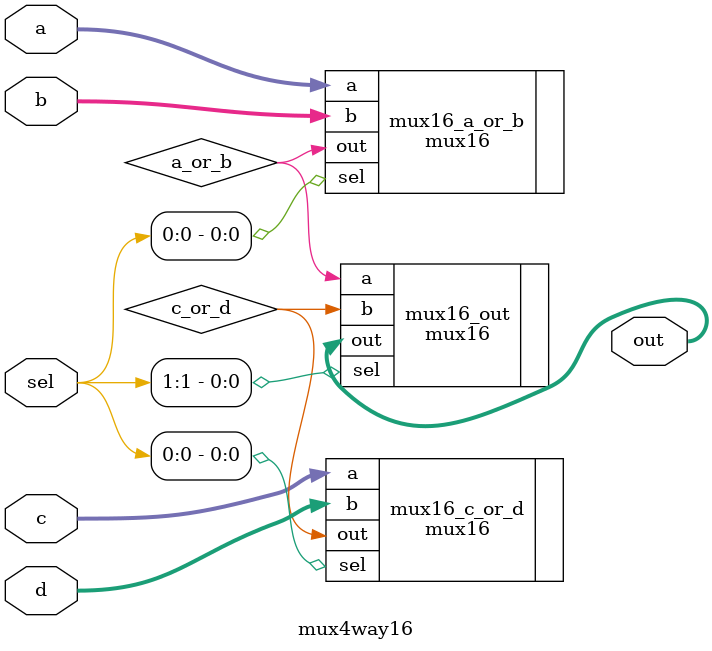
<source format=sv>
`default_nettype none

module mux4way16(
    input wire[15:0] a,
    input wire[15:0] b,
    input wire[15:0] c,
    input wire[15:0] d,
    input wire[1:0] sel,
    output wire[15:0] out
);
    wire a_or_b, c_or_d;

    mux16 mux16_a_or_b(
        .a(a),
        .b(b),
        .sel(sel[0]),
        .out(a_or_b)
    );

    mux16 mux16_c_or_d(
        .a(c),
        .b(d),
        .sel(sel[0]),
        .out(c_or_d)
    );

    mux16 mux16_out(
        .a(a_or_b),
        .b(c_or_d),
        .sel(sel[1]),
        .out(out)
    );
endmodule

`default_nettype wire

</source>
